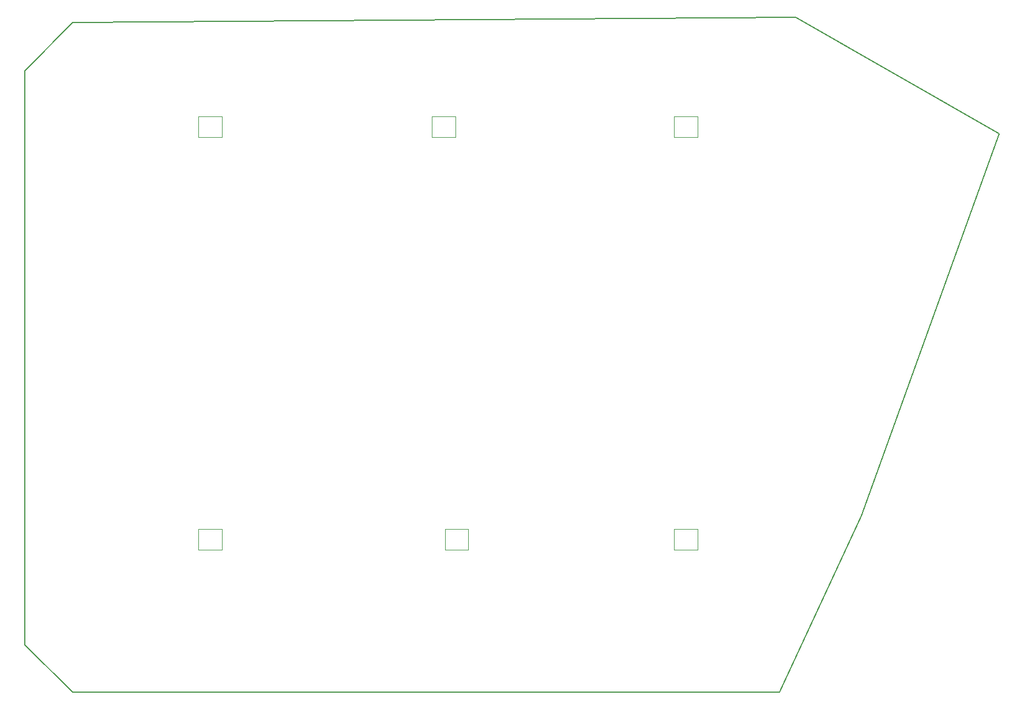
<source format=gbr>
G04 #@! TF.GenerationSoftware,KiCad,Pcbnew,5.1.5+dfsg1-2build2*
G04 #@! TF.CreationDate,2021-03-23T21:18:19+09:00*
G04 #@! TF.ProjectId,rest,72657374-2e6b-4696-9361-645f70636258,rev?*
G04 #@! TF.SameCoordinates,Original*
G04 #@! TF.FileFunction,Profile,NP*
%FSLAX46Y46*%
G04 Gerber Fmt 4.6, Leading zero omitted, Abs format (unit mm)*
G04 Created by KiCad (PCBNEW 5.1.5+dfsg1-2build2) date 2021-03-23 21:18:19*
%MOMM*%
%LPD*%
G04 APERTURE LIST*
%ADD10C,0.200000*%
%ADD11C,0.120000*%
G04 APERTURE END LIST*
D10*
X152828030Y-103963501D02*
X140796017Y-129933378D01*
X29977000Y-122933378D02*
X29977000Y-38637000D01*
X36994094Y-31546995D02*
X143151259Y-30768683D01*
X143151259Y-30768683D02*
X172999279Y-47822532D01*
X140796017Y-129933378D02*
X36994094Y-129933378D01*
X36994094Y-129933378D02*
X29977000Y-122933378D01*
X172999279Y-47822532D02*
X152828030Y-103963501D01*
X29977000Y-38637000D02*
X36994094Y-31546995D01*
D11*
X58855000Y-108970000D02*
X58855000Y-105970000D01*
X58855000Y-105970000D02*
X55455000Y-105970000D01*
X55455000Y-105970000D02*
X55455000Y-108970000D01*
X55455000Y-108970000D02*
X58855000Y-108970000D01*
X128705000Y-108970000D02*
X128705000Y-105970000D01*
X128705000Y-105970000D02*
X125305000Y-105970000D01*
X125305000Y-105970000D02*
X125305000Y-108970000D01*
X125305000Y-108970000D02*
X128705000Y-108970000D01*
X91650000Y-108970000D02*
X95050000Y-108970000D01*
X91650000Y-105970000D02*
X91650000Y-108970000D01*
X95050000Y-105970000D02*
X91650000Y-105970000D01*
X95050000Y-108970000D02*
X95050000Y-105970000D01*
X58855000Y-45345000D02*
X55455000Y-45345000D01*
X58855000Y-48345000D02*
X58855000Y-45345000D01*
X55455000Y-48345000D02*
X58855000Y-48345000D01*
X55455000Y-45345000D02*
X55455000Y-48345000D01*
X89745000Y-45345000D02*
X89745000Y-48345000D01*
X89745000Y-48345000D02*
X93145000Y-48345000D01*
X93145000Y-48345000D02*
X93145000Y-45345000D01*
X93145000Y-45345000D02*
X89745000Y-45345000D01*
X128705000Y-45345000D02*
X125305000Y-45345000D01*
X128705000Y-48345000D02*
X128705000Y-45345000D01*
X125305000Y-48345000D02*
X128705000Y-48345000D01*
X125305000Y-45345000D02*
X125305000Y-48345000D01*
M02*

</source>
